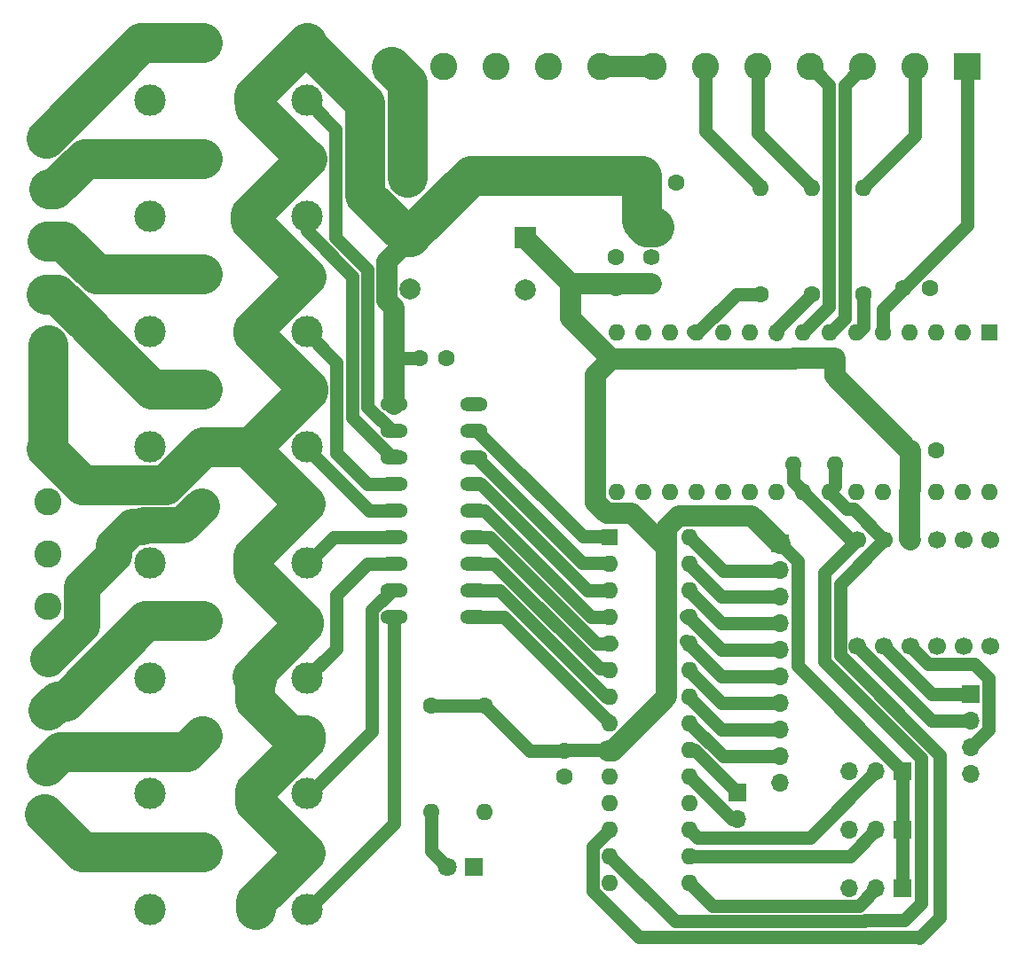
<source format=gbr>
%TF.GenerationSoftware,KiCad,Pcbnew,(5.1.9)-1*%
%TF.CreationDate,2021-01-19T10:58:21-06:00*%
%TF.ProjectId,RC5,5243352e-6b69-4636-9164-5f7063625858,rev?*%
%TF.SameCoordinates,Original*%
%TF.FileFunction,Copper,L1,Top*%
%TF.FilePolarity,Positive*%
%FSLAX46Y46*%
G04 Gerber Fmt 4.6, Leading zero omitted, Abs format (unit mm)*
G04 Created by KiCad (PCBNEW (5.1.9)-1) date 2021-01-19 10:58:21*
%MOMM*%
%LPD*%
G01*
G04 APERTURE LIST*
%TA.AperFunction,ComponentPad*%
%ADD10O,1.700000X1.700000*%
%TD*%
%TA.AperFunction,ComponentPad*%
%ADD11R,1.700000X1.700000*%
%TD*%
%TA.AperFunction,ComponentPad*%
%ADD12O,1.600000X1.600000*%
%TD*%
%TA.AperFunction,ComponentPad*%
%ADD13C,1.600000*%
%TD*%
%TA.AperFunction,ComponentPad*%
%ADD14C,2.600000*%
%TD*%
%TA.AperFunction,ComponentPad*%
%ADD15R,2.600000X2.600000*%
%TD*%
%TA.AperFunction,ComponentPad*%
%ADD16C,2.000000*%
%TD*%
%TA.AperFunction,ComponentPad*%
%ADD17R,2.000000X2.000000*%
%TD*%
%TA.AperFunction,ComponentPad*%
%ADD18R,1.600000X1.600000*%
%TD*%
%TA.AperFunction,ComponentPad*%
%ADD19O,2.641600X1.320800*%
%TD*%
%TA.AperFunction,ComponentPad*%
%ADD20C,3.000000*%
%TD*%
%TA.AperFunction,ComponentPad*%
%ADD21C,1.590000*%
%TD*%
%TA.AperFunction,ComponentPad*%
%ADD22C,1.700000*%
%TD*%
%TA.AperFunction,ComponentPad*%
%ADD23C,3.500000*%
%TD*%
%TA.AperFunction,ComponentPad*%
%ADD24C,1.800000*%
%TD*%
%TA.AperFunction,ComponentPad*%
%ADD25R,1.800000X1.800000*%
%TD*%
%TA.AperFunction,Conductor*%
%ADD26C,1.270000*%
%TD*%
%TA.AperFunction,Conductor*%
%ADD27C,2.032000*%
%TD*%
%TA.AperFunction,Conductor*%
%ADD28C,3.810000*%
%TD*%
%TA.AperFunction,Conductor*%
%ADD29C,3.500000*%
%TD*%
G04 APERTURE END LIST*
D10*
%TO.P,J6,3*%
%TO.N,GND*%
X132334000Y-123190000D03*
%TO.P,J6,2*%
%TO.N,Net-(J6-Pad2)*%
X134874000Y-123190000D03*
D11*
%TO.P,J6,1*%
%TO.N,Net-(A1-Pad27)*%
X137414000Y-123190000D03*
%TD*%
D10*
%TO.P,J5,3*%
%TO.N,GND*%
X132334000Y-128778000D03*
%TO.P,J5,2*%
%TO.N,Net-(J5-Pad2)*%
X134874000Y-128778000D03*
D11*
%TO.P,J5,1*%
%TO.N,Net-(A1-Pad27)*%
X137414000Y-128778000D03*
%TD*%
D10*
%TO.P,J4,3*%
%TO.N,GND*%
X132334000Y-134366000D03*
%TO.P,J4,2*%
%TO.N,Net-(J4-Pad2)*%
X134874000Y-134366000D03*
D11*
%TO.P,J4,1*%
%TO.N,Net-(A1-Pad27)*%
X137414000Y-134366000D03*
%TD*%
D12*
%TO.P,R7,2*%
%TO.N,Net-(J8-Pad5)*%
X128739900Y-67467480D03*
D13*
%TO.P,R7,1*%
%TO.N,Net-(A1-Pad9)*%
X128739900Y-77627480D03*
%TD*%
D12*
%TO.P,R6,2*%
%TO.N,Net-(J8-Pad2)*%
X133649720Y-67467480D03*
D13*
%TO.P,R6,1*%
%TO.N,Net-(A1-Pad6)*%
X133649720Y-77627480D03*
%TD*%
D12*
%TO.P,R5,2*%
%TO.N,Net-(J8-Pad6)*%
X123830080Y-67467480D03*
D13*
%TO.P,R5,1*%
%TO.N,Net-(A1-Pad12)*%
X123830080Y-77627480D03*
%TD*%
D14*
%TO.P,J8,12*%
%TO.N,Net-(D2-PadA)*%
X88586200Y-55905400D03*
%TO.P,J8,11*%
%TO.N,GND*%
X93586200Y-55905400D03*
%TO.P,J8,10*%
X98586200Y-55905400D03*
%TO.P,J8,9*%
X103586200Y-55905400D03*
%TO.P,J8,8*%
%TO.N,Net-(A1-Pad27)*%
X108586200Y-55905400D03*
%TO.P,J8,7*%
X113586200Y-55905400D03*
%TO.P,J8,6*%
%TO.N,Net-(J8-Pad6)*%
X118586200Y-55905400D03*
%TO.P,J8,5*%
%TO.N,Net-(J8-Pad5)*%
X123586200Y-55905400D03*
%TO.P,J8,4*%
%TO.N,Net-(A1-Pad8)*%
X128586200Y-55905400D03*
%TO.P,J8,3*%
%TO.N,Net-(A1-Pad7)*%
X133586200Y-55905400D03*
%TO.P,J8,2*%
%TO.N,Net-(J8-Pad2)*%
X138586200Y-55905400D03*
D15*
%TO.P,J8,1*%
%TO.N,Net-(A1-Pad5)*%
X143586200Y-55905400D03*
%TD*%
D13*
%TO.P,C7,2*%
%TO.N,Net-(A1-Pad5)*%
X137474320Y-77038200D03*
%TO.P,C7,1*%
%TO.N,GND*%
X139974320Y-77038200D03*
%TD*%
D10*
%TO.P,J2,10*%
%TO.N,GND*%
X125679200Y-124307600D03*
%TO.P,J2,9*%
%TO.N,Net-(J2-Pad9)*%
X125679200Y-121767600D03*
%TO.P,J2,8*%
%TO.N,Net-(J2-Pad8)*%
X125679200Y-119227600D03*
%TO.P,J2,7*%
%TO.N,Net-(J2-Pad7)*%
X125679200Y-116687600D03*
%TO.P,J2,6*%
%TO.N,Net-(J2-Pad6)*%
X125679200Y-114147600D03*
%TO.P,J2,5*%
%TO.N,Net-(J2-Pad5)*%
X125679200Y-111607600D03*
%TO.P,J2,4*%
%TO.N,Net-(J2-Pad4)*%
X125679200Y-109067600D03*
%TO.P,J2,3*%
%TO.N,Net-(J2-Pad3)*%
X125679200Y-106527600D03*
%TO.P,J2,2*%
%TO.N,Net-(J2-Pad2)*%
X125679200Y-103987600D03*
D11*
%TO.P,J2,1*%
%TO.N,Net-(A1-Pad27)*%
X125679200Y-101447600D03*
%TD*%
D16*
%TO.P,C2,2*%
%TO.N,GND*%
X101422200Y-77237600D03*
D17*
%TO.P,C2,1*%
%TO.N,Net-(A1-Pad27)*%
X101422200Y-72237600D03*
%TD*%
D12*
%TO.P,U2,28*%
%TO.N,Net-(J2-Pad2)*%
X117043200Y-100787200D03*
%TO.P,U2,14*%
%TO.N,Net-(U2-Pad14)*%
X109423200Y-133807200D03*
%TO.P,U2,27*%
%TO.N,Net-(J2-Pad3)*%
X117043200Y-103327200D03*
%TO.P,U2,13*%
%TO.N,Net-(A1-Pad23)*%
X109423200Y-131267200D03*
%TO.P,U2,26*%
%TO.N,Net-(J2-Pad4)*%
X117043200Y-105867200D03*
%TO.P,U2,12*%
%TO.N,Net-(A1-Pad24)*%
X109423200Y-128727200D03*
%TO.P,U2,25*%
%TO.N,Net-(J2-Pad5)*%
X117043200Y-108407200D03*
%TO.P,U2,11*%
%TO.N,Net-(U2-Pad11)*%
X109423200Y-126187200D03*
%TO.P,U2,24*%
%TO.N,Net-(J2-Pad6)*%
X117043200Y-110947200D03*
%TO.P,U2,10*%
%TO.N,GND*%
X109423200Y-123647200D03*
%TO.P,U2,23*%
%TO.N,Net-(J2-Pad7)*%
X117043200Y-113487200D03*
%TO.P,U2,9*%
%TO.N,Net-(A1-Pad27)*%
X109423200Y-121107200D03*
%TO.P,U2,22*%
%TO.N,Net-(J2-Pad8)*%
X117043200Y-116027200D03*
%TO.P,U2,8*%
%TO.N,Net-(U1-Pad1)*%
X109423200Y-118567200D03*
%TO.P,U2,21*%
%TO.N,Net-(J2-Pad9)*%
X117043200Y-118567200D03*
%TO.P,U2,7*%
%TO.N,Net-(U1-Pad2)*%
X109423200Y-116027200D03*
%TO.P,U2,20*%
%TO.N,Net-(J3-Pad1)*%
X117043200Y-121107200D03*
%TO.P,U2,6*%
%TO.N,Net-(U1-Pad3)*%
X109423200Y-113487200D03*
%TO.P,U2,19*%
%TO.N,Net-(J3-Pad2)*%
X117043200Y-123647200D03*
%TO.P,U2,5*%
%TO.N,Net-(U1-Pad4)*%
X109423200Y-110947200D03*
%TO.P,U2,18*%
%TO.N,Net-(R2-Pad2)*%
X117043200Y-126187200D03*
%TO.P,U2,4*%
%TO.N,Net-(U1-Pad5)*%
X109423200Y-108407200D03*
%TO.P,U2,17*%
%TO.N,Net-(J6-Pad2)*%
X117043200Y-128727200D03*
%TO.P,U2,3*%
%TO.N,Net-(U1-Pad6)*%
X109423200Y-105867200D03*
%TO.P,U2,16*%
%TO.N,Net-(J5-Pad2)*%
X117043200Y-131267200D03*
%TO.P,U2,2*%
%TO.N,Net-(U1-Pad7)*%
X109423200Y-103327200D03*
%TO.P,U2,15*%
%TO.N,Net-(J4-Pad2)*%
X117043200Y-133807200D03*
D18*
%TO.P,U2,1*%
%TO.N,Net-(U1-Pad8)*%
X109423200Y-100787200D03*
%TD*%
D19*
%TO.P,U1,18*%
%TO.N,Net-(RLY8-Pad5)*%
X88900000Y-108432600D03*
%TO.P,U1,17*%
%TO.N,Net-(RLY7-Pad5)*%
X88900000Y-105892600D03*
%TO.P,U1,16*%
%TO.N,Net-(RLY6-Pad5)*%
X88900000Y-103352600D03*
%TO.P,U1,15*%
%TO.N,Net-(RLY5-Pad5)*%
X88900000Y-100812600D03*
%TO.P,U1,14*%
%TO.N,Net-(RLY4-Pad5)*%
X88900000Y-98272600D03*
%TO.P,U1,13*%
%TO.N,Net-(RLY3-Pad5)*%
X88900000Y-95732600D03*
%TO.P,U1,12*%
%TO.N,Net-(RLY2-Pad5)*%
X88900000Y-93192600D03*
%TO.P,U1,11*%
%TO.N,Net-(RLY1-Pad5)*%
X88900000Y-90652600D03*
%TO.P,U1,10*%
%TO.N,Net-(C1-Pad2)*%
X88900000Y-88112600D03*
%TO.P,U1,9*%
%TO.N,GND*%
X96520000Y-88112600D03*
%TO.P,U1,5*%
%TO.N,Net-(U1-Pad5)*%
X96520000Y-98272600D03*
%TO.P,U1,6*%
%TO.N,Net-(U1-Pad6)*%
X96520000Y-95732600D03*
%TO.P,U1,4*%
%TO.N,Net-(U1-Pad4)*%
X96520000Y-100812600D03*
%TO.P,U1,3*%
%TO.N,Net-(U1-Pad3)*%
X96520000Y-103352600D03*
%TO.P,U1,8*%
%TO.N,Net-(U1-Pad8)*%
X96520000Y-90652600D03*
%TO.P,U1,7*%
%TO.N,Net-(U1-Pad7)*%
X96520000Y-93192600D03*
%TO.P,U1,2*%
%TO.N,Net-(U1-Pad2)*%
X96520000Y-105892600D03*
%TO.P,U1,1*%
%TO.N,Net-(U1-Pad1)*%
X96520000Y-108432600D03*
%TD*%
D20*
%TO.P,RLY8,2*%
%TO.N,Net-(J1-Pad14)*%
X70543400Y-130850000D03*
%TO.P,RLY8,3*%
%TO.N,Net-(RLY8-Pad3)*%
X65543400Y-136350000D03*
%TO.P,RLY8,4*%
%TO.N,Net-(C1-Pad2)*%
X75543400Y-136350000D03*
%TO.P,RLY8,5*%
%TO.N,Net-(RLY8-Pad5)*%
X80543400Y-136350000D03*
%TO.P,RLY8,1*%
%TO.N,Net-(C1-Pad2)*%
X80543400Y-130850000D03*
%TD*%
%TO.P,RLY7,2*%
%TO.N,Net-(J1-Pad13)*%
X70543400Y-119816452D03*
%TO.P,RLY7,3*%
%TO.N,Net-(RLY7-Pad3)*%
X65543400Y-125316452D03*
%TO.P,RLY7,4*%
%TO.N,Net-(C1-Pad2)*%
X75543400Y-125316452D03*
%TO.P,RLY7,5*%
%TO.N,Net-(RLY7-Pad5)*%
X80543400Y-125316452D03*
%TO.P,RLY7,1*%
%TO.N,Net-(C1-Pad2)*%
X80543400Y-119816452D03*
%TD*%
%TO.P,RLY6,2*%
%TO.N,Net-(J1-Pad12)*%
X70543400Y-108782910D03*
%TO.P,RLY6,3*%
%TO.N,Net-(RLY6-Pad3)*%
X65543400Y-114282910D03*
%TO.P,RLY6,4*%
%TO.N,Net-(C1-Pad2)*%
X75543400Y-114282910D03*
%TO.P,RLY6,5*%
%TO.N,Net-(RLY6-Pad5)*%
X80543400Y-114282910D03*
%TO.P,RLY6,1*%
%TO.N,Net-(C1-Pad2)*%
X80543400Y-108782910D03*
%TD*%
%TO.P,RLY5,2*%
%TO.N,Net-(J1-Pad11)*%
X70543400Y-97749368D03*
%TO.P,RLY5,3*%
%TO.N,Net-(RLY5-Pad3)*%
X65543400Y-103249368D03*
%TO.P,RLY5,4*%
%TO.N,Net-(C1-Pad2)*%
X75543400Y-103249368D03*
%TO.P,RLY5,5*%
%TO.N,Net-(RLY5-Pad5)*%
X80543400Y-103249368D03*
%TO.P,RLY5,1*%
%TO.N,Net-(C1-Pad2)*%
X80543400Y-97749368D03*
%TD*%
%TO.P,RLY4,2*%
%TO.N,Net-(J1-Pad4)*%
X70543400Y-86715826D03*
%TO.P,RLY4,3*%
%TO.N,Net-(RLY4-Pad3)*%
X65543400Y-92215826D03*
%TO.P,RLY4,4*%
%TO.N,Net-(C1-Pad2)*%
X75543400Y-92215826D03*
%TO.P,RLY4,5*%
%TO.N,Net-(RLY4-Pad5)*%
X80543400Y-92215826D03*
%TO.P,RLY4,1*%
%TO.N,Net-(C1-Pad2)*%
X80543400Y-86715826D03*
%TD*%
%TO.P,RLY3,2*%
%TO.N,Net-(J1-Pad3)*%
X70543400Y-75682284D03*
%TO.P,RLY3,3*%
%TO.N,Net-(RLY3-Pad3)*%
X65543400Y-81182284D03*
%TO.P,RLY3,4*%
%TO.N,Net-(C1-Pad2)*%
X75543400Y-81182284D03*
%TO.P,RLY3,5*%
%TO.N,Net-(RLY3-Pad5)*%
X80543400Y-81182284D03*
%TO.P,RLY3,1*%
%TO.N,Net-(C1-Pad2)*%
X80543400Y-75682284D03*
%TD*%
%TO.P,RLY2,2*%
%TO.N,Net-(J1-Pad2)*%
X70543400Y-64648742D03*
%TO.P,RLY2,3*%
%TO.N,Net-(RLY2-Pad3)*%
X65543400Y-70148742D03*
%TO.P,RLY2,4*%
%TO.N,Net-(C1-Pad2)*%
X75543400Y-70148742D03*
%TO.P,RLY2,5*%
%TO.N,Net-(RLY2-Pad5)*%
X80543400Y-70148742D03*
%TO.P,RLY2,1*%
%TO.N,Net-(C1-Pad2)*%
X80543400Y-64648742D03*
%TD*%
%TO.P,RLY1,2*%
%TO.N,Net-(J1-Pad1)*%
X70543400Y-53615200D03*
%TO.P,RLY1,3*%
%TO.N,Net-(RLY1-Pad3)*%
X65543400Y-59115200D03*
%TO.P,RLY1,4*%
%TO.N,Net-(C1-Pad2)*%
X75543400Y-59115200D03*
%TO.P,RLY1,5*%
%TO.N,Net-(RLY1-Pad5)*%
X80543400Y-59115200D03*
%TO.P,RLY1,1*%
%TO.N,Net-(C1-Pad2)*%
X80543400Y-53615200D03*
%TD*%
D21*
%TO.P,RG1,3*%
%TO.N,Net-(A1-Pad27)*%
X113394600Y-76606400D03*
%TO.P,RG1,2*%
%TO.N,GND*%
X113394600Y-74066400D03*
%TO.P,RG1,1*%
%TO.N,Net-(C1-Pad2)*%
X113394600Y-71526400D03*
%TD*%
D12*
%TO.P,R3,2*%
%TO.N,Net-(A1-Pad23)*%
X126949200Y-93903800D03*
D13*
%TO.P,R3,1*%
%TO.N,Net-(A1-Pad27)*%
X126949200Y-83743800D03*
%TD*%
D12*
%TO.P,R4,2*%
%TO.N,Net-(A1-Pad24)*%
X130911600Y-93903800D03*
D13*
%TO.P,R4,1*%
%TO.N,Net-(A1-Pad27)*%
X130911600Y-83743800D03*
%TD*%
D12*
%TO.P,R2,2*%
%TO.N,Net-(R2-Pad2)*%
X97536000Y-127098000D03*
D13*
%TO.P,R2,1*%
%TO.N,Net-(A1-Pad27)*%
X97536000Y-116938000D03*
%TD*%
D12*
%TO.P,R1,2*%
%TO.N,Net-(D1-Pad2)*%
X92456000Y-127098000D03*
D13*
%TO.P,R1,1*%
%TO.N,Net-(A1-Pad27)*%
X92456000Y-116938000D03*
%TD*%
D22*
%TO.P,L1,12*%
%TO.N,Net-(L1-Pad12)*%
X145796000Y-101092000D03*
%TO.P,L1,11*%
%TO.N,Net-(L1-Pad11)*%
X143256000Y-101092000D03*
%TO.P,L1,10*%
%TO.N,GND*%
X140716000Y-101092000D03*
%TO.P,L1,9*%
%TO.N,Net-(A1-Pad27)*%
X138176000Y-101092000D03*
%TO.P,L1,8*%
%TO.N,Net-(A1-Pad24)*%
X135636000Y-101092000D03*
%TO.P,L1,7*%
%TO.N,Net-(A1-Pad23)*%
X133096000Y-101092000D03*
%TO.P,L1,6*%
%TO.N,Net-(L1-Pad6)*%
X145796000Y-111252000D03*
%TO.P,L1,5*%
%TO.N,Net-(L1-Pad5)*%
X143256000Y-111252000D03*
%TO.P,L1,4*%
%TO.N,GND*%
X140716000Y-111252000D03*
%TO.P,L1,3*%
%TO.N,Net-(A1-Pad17)*%
X138176000Y-111252000D03*
%TO.P,L1,2*%
%TO.N,Net-(J7-Pad1)*%
X135636000Y-111252000D03*
%TO.P,L1,1*%
%TO.N,Net-(J7-Pad2)*%
X133096000Y-111252000D03*
%TD*%
D10*
%TO.P,J7,4*%
%TO.N,GND*%
X143865600Y-123418600D03*
%TO.P,J7,3*%
%TO.N,Net-(A1-Pad17)*%
X143865600Y-120878600D03*
%TO.P,J7,2*%
%TO.N,Net-(J7-Pad2)*%
X143865600Y-118338600D03*
D11*
%TO.P,J7,1*%
%TO.N,Net-(J7-Pad1)*%
X143865600Y-115798600D03*
%TD*%
D10*
%TO.P,J3,2*%
%TO.N,Net-(J3-Pad2)*%
X121666000Y-127762000D03*
D11*
%TO.P,J3,1*%
%TO.N,Net-(J3-Pad1)*%
X121666000Y-125222000D03*
%TD*%
D14*
%TO.P,J1,14*%
%TO.N,Net-(J1-Pad14)*%
X55829200Y-127464250D03*
%TO.P,J1,13*%
%TO.N,Net-(J1-Pad13)*%
X55829200Y-122464250D03*
%TO.P,J1,12*%
%TO.N,Net-(J1-Pad12)*%
X55829200Y-117464250D03*
%TO.P,J1,11*%
%TO.N,Net-(J1-Pad11)*%
X55829200Y-112464250D03*
%TO.P,J1,10*%
%TO.N,GND*%
X55829200Y-107464250D03*
%TO.P,J1,9*%
X55829200Y-102464250D03*
%TO.P,J1,8*%
X55829200Y-97464250D03*
%TO.P,J1,7*%
%TO.N,Net-(C1-Pad2)*%
X55829200Y-92464250D03*
%TO.P,J1,6*%
X55829200Y-87464250D03*
%TO.P,J1,5*%
X55829200Y-82464250D03*
%TO.P,J1,4*%
%TO.N,Net-(J1-Pad4)*%
X55829200Y-77464250D03*
%TO.P,J1,3*%
%TO.N,Net-(J1-Pad3)*%
X55829200Y-72464250D03*
%TO.P,J1,2*%
%TO.N,Net-(J1-Pad2)*%
X55829200Y-67464250D03*
D15*
%TO.P,J1,1*%
%TO.N,Net-(J1-Pad1)*%
X55829200Y-62464250D03*
%TD*%
D23*
%TO.P,D2,C*%
%TO.N,Net-(C1-Pad2)*%
X105257600Y-66268600D03*
%TO.P,D2,A*%
%TO.N,Net-(D2-PadA)*%
X90017600Y-66268600D03*
%TD*%
D24*
%TO.P,D1,2*%
%TO.N,Net-(D1-Pad2)*%
X93980000Y-132334000D03*
D25*
%TO.P,D1,1*%
%TO.N,GND*%
X96520000Y-132334000D03*
%TD*%
D13*
%TO.P,C8,2*%
%TO.N,Net-(A1-Pad27)*%
X138114400Y-92557600D03*
%TO.P,C8,1*%
%TO.N,GND*%
X140614400Y-92557600D03*
%TD*%
D16*
%TO.P,C6,2*%
%TO.N,GND*%
X90424000Y-77161400D03*
D17*
%TO.P,C6,1*%
%TO.N,Net-(C1-Pad2)*%
X90424000Y-72161400D03*
%TD*%
D13*
%TO.P,C5,2*%
%TO.N,GND*%
X115809400Y-66954400D03*
%TO.P,C5,1*%
%TO.N,Net-(C1-Pad2)*%
X113309400Y-66954400D03*
%TD*%
%TO.P,C4,2*%
%TO.N,Net-(A1-Pad27)*%
X105156000Y-121198000D03*
%TO.P,C4,1*%
%TO.N,GND*%
X105156000Y-123698000D03*
%TD*%
%TO.P,C3,2*%
%TO.N,GND*%
X110007400Y-74106400D03*
%TO.P,C3,1*%
%TO.N,Net-(A1-Pad27)*%
X110007400Y-76606400D03*
%TD*%
%TO.P,C1,1*%
%TO.N,GND*%
X93827600Y-83693000D03*
%TO.P,C1,2*%
%TO.N,Net-(C1-Pad2)*%
X91327600Y-83693000D03*
%TD*%
D12*
%TO.P,A1,16*%
%TO.N,Net-(A1-Pad16)*%
X110109000Y-96520000D03*
%TO.P,A1,15*%
%TO.N,Net-(A1-Pad15)*%
X110109000Y-81280000D03*
%TO.P,A1,30*%
%TO.N,Net-(A1-Pad30)*%
X145669000Y-96520000D03*
%TO.P,A1,14*%
%TO.N,Net-(A1-Pad14)*%
X112649000Y-81280000D03*
%TO.P,A1,29*%
%TO.N,GND*%
X143129000Y-96520000D03*
%TO.P,A1,13*%
%TO.N,Net-(A1-Pad13)*%
X115189000Y-81280000D03*
%TO.P,A1,28*%
%TO.N,Net-(A1-Pad28)*%
X140589000Y-96520000D03*
%TO.P,A1,12*%
%TO.N,Net-(A1-Pad12)*%
X117729000Y-81280000D03*
%TO.P,A1,27*%
%TO.N,Net-(A1-Pad27)*%
X138049000Y-96520000D03*
%TO.P,A1,11*%
%TO.N,Net-(A1-Pad11)*%
X120269000Y-81280000D03*
%TO.P,A1,26*%
%TO.N,Net-(A1-Pad26)*%
X135509000Y-96520000D03*
%TO.P,A1,10*%
%TO.N,Net-(A1-Pad10)*%
X122809000Y-81280000D03*
%TO.P,A1,25*%
%TO.N,Net-(A1-Pad25)*%
X132969000Y-96520000D03*
%TO.P,A1,9*%
%TO.N,Net-(A1-Pad9)*%
X125349000Y-81280000D03*
%TO.P,A1,24*%
%TO.N,Net-(A1-Pad24)*%
X130429000Y-96520000D03*
%TO.P,A1,8*%
%TO.N,Net-(A1-Pad8)*%
X127889000Y-81280000D03*
%TO.P,A1,23*%
%TO.N,Net-(A1-Pad23)*%
X127889000Y-96520000D03*
%TO.P,A1,7*%
%TO.N,Net-(A1-Pad7)*%
X130429000Y-81280000D03*
%TO.P,A1,22*%
%TO.N,Net-(A1-Pad22)*%
X125349000Y-96520000D03*
%TO.P,A1,6*%
%TO.N,Net-(A1-Pad6)*%
X132969000Y-81280000D03*
%TO.P,A1,21*%
%TO.N,Net-(A1-Pad21)*%
X122809000Y-96520000D03*
%TO.P,A1,5*%
%TO.N,Net-(A1-Pad5)*%
X135509000Y-81280000D03*
%TO.P,A1,20*%
%TO.N,Net-(A1-Pad20)*%
X120269000Y-96520000D03*
%TO.P,A1,4*%
%TO.N,GND*%
X138049000Y-81280000D03*
%TO.P,A1,19*%
%TO.N,Net-(A1-Pad19)*%
X117729000Y-96520000D03*
%TO.P,A1,3*%
%TO.N,Net-(A1-Pad3)*%
X140589000Y-81280000D03*
%TO.P,A1,18*%
%TO.N,Net-(A1-Pad18)*%
X115189000Y-96520000D03*
%TO.P,A1,2*%
%TO.N,Net-(A1-Pad2)*%
X143129000Y-81280000D03*
%TO.P,A1,17*%
%TO.N,Net-(A1-Pad17)*%
X112649000Y-96520000D03*
D18*
%TO.P,A1,1*%
%TO.N,Net-(A1-Pad1)*%
X145669000Y-81280000D03*
%TD*%
D26*
%TO.N,Net-(A1-Pad12)*%
X121501718Y-77627480D02*
X117762838Y-81366360D01*
X123830080Y-77627480D02*
X121501718Y-77627480D01*
X117762838Y-81366360D02*
X117586760Y-81366360D01*
X117586760Y-81366360D02*
X117419120Y-81198720D01*
X117419120Y-81198720D02*
X117500400Y-81198720D01*
X117500400Y-81198720D02*
X117668040Y-81366360D01*
%TO.N,Net-(A1-Pad27)*%
X109281600Y-121121800D02*
X109321600Y-121081800D01*
D27*
X113394600Y-76606400D02*
X110261400Y-76606400D01*
X110261400Y-76606400D02*
X110058200Y-76809600D01*
X110007400Y-76606400D02*
X105740200Y-76606400D01*
X105740200Y-76606400D02*
X101473000Y-72339200D01*
X105740200Y-79894882D02*
X109639918Y-83794600D01*
X105740200Y-76606400D02*
X105740200Y-79894882D01*
X109639918Y-83794600D02*
X127076200Y-83794600D01*
X126949200Y-83743800D02*
X130657600Y-83743800D01*
X130657600Y-83743800D02*
X130860800Y-83947000D01*
X130911600Y-83743800D02*
X130911600Y-85394800D01*
X130911600Y-85394800D02*
X137922000Y-92405200D01*
X138114400Y-92557600D02*
X138114400Y-96327600D01*
X138114400Y-96327600D02*
X138099800Y-96342200D01*
X125679200Y-101447600D02*
X123002799Y-98771199D01*
X123002799Y-98771199D02*
X116075519Y-98771199D01*
X116075519Y-98771199D02*
X114887389Y-99959329D01*
X114887389Y-116086693D02*
X109739882Y-121234200D01*
X109739882Y-121234200D02*
X109296200Y-121234200D01*
X109141319Y-98536001D02*
X111566201Y-98536001D01*
X111566201Y-98536001D02*
X114887389Y-101857189D01*
X108092999Y-85341519D02*
X108092999Y-97487681D01*
X109639918Y-83794600D02*
X108092999Y-85341519D01*
X114887389Y-101857189D02*
X114887389Y-116086693D01*
X108092999Y-97487681D02*
X109141319Y-98536001D01*
X114887389Y-99959329D02*
X114887389Y-101857189D01*
X108586200Y-55905400D02*
X113588800Y-55905400D01*
X113588800Y-55905400D02*
X113614200Y-55880000D01*
X138049000Y-100965000D02*
X138176000Y-101092000D01*
X138049000Y-96520000D02*
X138049000Y-100965000D01*
D26*
X105246800Y-121107200D02*
X105156000Y-121198000D01*
X101796000Y-121198000D02*
X97536000Y-116938000D01*
X105156000Y-121198000D02*
X101796000Y-121198000D01*
X97536000Y-116938000D02*
X92456000Y-116938000D01*
X106222800Y-121107200D02*
X105246800Y-121107200D01*
X109423200Y-121107200D02*
X106222800Y-121107200D01*
X127364201Y-113140201D02*
X137414000Y-123190000D01*
X127364201Y-103132601D02*
X127364201Y-113140201D01*
X125679200Y-101447600D02*
X127364201Y-103132601D01*
X137414000Y-123190000D02*
X137414000Y-128778000D01*
X137414000Y-128778000D02*
X137414000Y-134366000D01*
%TO.N,Net-(A1-Pad9)*%
X128739900Y-77627480D02*
X125323600Y-81043780D01*
X125323600Y-81043780D02*
X125323600Y-81447640D01*
%TO.N,Net-(A1-Pad24)*%
X130911600Y-93903800D02*
X130911600Y-95910400D01*
X130911600Y-95910400D02*
X130505200Y-96316800D01*
X132699001Y-98155001D02*
X135636000Y-101092000D01*
X132064001Y-98155001D02*
X132699001Y-98155001D01*
X130429000Y-96520000D02*
X132064001Y-98155001D01*
X131410999Y-112060801D02*
X140970000Y-121619802D01*
X131410999Y-105317001D02*
X131410999Y-112060801D01*
X135636000Y-101092000D02*
X131410999Y-105317001D01*
X140970000Y-121619802D02*
X140970000Y-137160000D01*
X140970000Y-137160000D02*
X138990010Y-139139990D01*
X107788199Y-130362201D02*
X109423200Y-128727200D01*
X107788199Y-134592001D02*
X107788199Y-130362201D01*
X112187221Y-138991023D02*
X107788199Y-134592001D01*
X138841043Y-138991023D02*
X112187221Y-138991023D01*
X138990010Y-139139990D02*
X138841043Y-138991023D01*
%TO.N,Net-(A1-Pad8)*%
X128586200Y-55905400D02*
X128586200Y-56137840D01*
X130374901Y-78794099D02*
X130374901Y-57619141D01*
X127889000Y-81280000D02*
X130374901Y-78794099D01*
X130374901Y-57619141D02*
X128656080Y-55900320D01*
%TO.N,Net-(A1-Pad23)*%
X126949200Y-93903800D02*
X126949200Y-95529400D01*
X126949200Y-95529400D02*
X127863600Y-96443800D01*
X132461000Y-101092000D02*
X127889000Y-96520000D01*
X133096000Y-101092000D02*
X132461000Y-101092000D01*
X129940988Y-104247012D02*
X129940988Y-112669699D01*
X139192000Y-121920710D02*
X139192000Y-135791002D01*
X129940988Y-112669699D02*
X139192000Y-121920710D01*
X139192000Y-135791002D02*
X137569002Y-137414000D01*
X115677012Y-137521012D02*
X109423200Y-131267200D01*
X133096000Y-101092000D02*
X129940988Y-104247012D01*
X137569002Y-137414000D02*
X133858711Y-137414000D01*
X133858711Y-137414000D02*
X133751699Y-137521012D01*
X133751699Y-137521012D02*
X115677012Y-137521012D01*
%TO.N,Net-(A1-Pad7)*%
X131844912Y-57646688D02*
X131844912Y-79925048D01*
X133586200Y-55905400D02*
X131844912Y-57646688D01*
X131844912Y-79925048D02*
X130403600Y-81366360D01*
%TO.N,Net-(A1-Pad6)*%
X133649720Y-77627480D02*
X133649720Y-80782160D01*
X133649720Y-80782160D02*
X133065520Y-81366360D01*
%TO.N,Net-(A1-Pad5)*%
X135523600Y-81294600D02*
X135585200Y-81356200D01*
X135509000Y-81280000D02*
X135509000Y-79090520D01*
X135509000Y-79090520D02*
X137561320Y-77038200D01*
X143586200Y-71006518D02*
X137561320Y-77031398D01*
X143586200Y-55905400D02*
X143586200Y-71006518D01*
X137561320Y-77031398D02*
X137561320Y-77124560D01*
%TO.N,Net-(A1-Pad17)*%
X145550601Y-114280599D02*
X145550601Y-119193599D01*
X144207003Y-112937001D02*
X145550601Y-114280599D01*
X145550601Y-119193599D02*
X143865600Y-120878600D01*
X139861001Y-112937001D02*
X144207003Y-112937001D01*
X138176000Y-111252000D02*
X139861001Y-112937001D01*
D28*
%TO.N,Net-(C1-Pad2)*%
X105257600Y-66268600D02*
X96215200Y-66268600D01*
X96215200Y-66268600D02*
X90424000Y-72059800D01*
D27*
X88207999Y-78225081D02*
X88207999Y-74529801D01*
X88900000Y-78917082D02*
X88207999Y-78225081D01*
X88207999Y-74529801D02*
X90500200Y-72237600D01*
D28*
X105257600Y-66268600D02*
X112496600Y-66268600D01*
X112496600Y-66268600D02*
X112496600Y-70637400D01*
X112496600Y-70637400D02*
X113025599Y-71166399D01*
X113025599Y-71166399D02*
X113690400Y-71166399D01*
X80543400Y-53615200D02*
X75463400Y-58695200D01*
X75463400Y-58695200D02*
X75463400Y-59131200D01*
X75543400Y-116404230D02*
X78874770Y-119735600D01*
X75543400Y-114282910D02*
X75543400Y-116404230D01*
X78874770Y-119735600D02*
X80365600Y-119735600D01*
X80365600Y-119735600D02*
X80365600Y-120243600D01*
X80365600Y-120243600D02*
X75565000Y-125044200D01*
X75565000Y-125044200D02*
X75565000Y-126161800D01*
X75565000Y-126161800D02*
X80365600Y-130962400D01*
X80365600Y-130962400D02*
X75666600Y-135661400D01*
X75666600Y-135661400D02*
X75666600Y-136372600D01*
X55829200Y-92464250D02*
X55829200Y-87452200D01*
X55829200Y-87452200D02*
X55854600Y-87426800D01*
X55829200Y-87464250D02*
X55829200Y-82448400D01*
X55829200Y-82448400D02*
X55854600Y-82423000D01*
X75543400Y-92215826D02*
X70658166Y-92215826D01*
X70658166Y-92215826D02*
X67053165Y-95820827D01*
X67053165Y-95820827D02*
X59143227Y-95820827D01*
X59143227Y-95820827D02*
X55651400Y-92329000D01*
D26*
X89255600Y-83693000D02*
X88900000Y-84048600D01*
X91327600Y-83693000D02*
X89255600Y-83693000D01*
D27*
X88900000Y-84048600D02*
X88900000Y-78917082D01*
X88900000Y-88112600D02*
X88900000Y-84048600D01*
D28*
X75543400Y-59115200D02*
X75543400Y-59795400D01*
X80594200Y-53848000D02*
X86083789Y-59337589D01*
X90112389Y-72161400D02*
X90424000Y-72161400D01*
X86083789Y-59337589D02*
X86083789Y-68132800D01*
X86083789Y-68132800D02*
X90112389Y-72161400D01*
X75543400Y-59795400D02*
X80365600Y-64617600D01*
X80543400Y-64648742D02*
X75158600Y-70033542D01*
X75158600Y-70033542D02*
X75158600Y-70561200D01*
X75158600Y-70561200D02*
X80492600Y-75895200D01*
X80492600Y-75895200D02*
X75412600Y-80975200D01*
X75412600Y-80975200D02*
X75412600Y-81102200D01*
X75412600Y-81386886D02*
X80619600Y-86593886D01*
X75412600Y-81102200D02*
X75412600Y-81386886D01*
X80619600Y-86593886D02*
X80619600Y-86817200D01*
X80619600Y-86817200D02*
X75158600Y-92278200D01*
X75158600Y-92278200D02*
X75158600Y-92506800D01*
X75158600Y-92506800D02*
X75260200Y-92506800D01*
X75260200Y-92506800D02*
X80365600Y-97612200D01*
X80365600Y-97612200D02*
X75412600Y-102565200D01*
X75412600Y-102565200D02*
X75412600Y-103047800D01*
X75412600Y-103047800D02*
X75412600Y-104038400D01*
X75412600Y-104038400D02*
X80238600Y-108864400D01*
X80238600Y-108864400D02*
X80238600Y-109143800D01*
X80238600Y-109143800D02*
X75285600Y-114096800D01*
X75285600Y-114096800D02*
X75641200Y-114452400D01*
X75641200Y-114452400D02*
X75768200Y-114452400D01*
D26*
%TO.N,Net-(D1-Pad2)*%
X92456000Y-130810000D02*
X93980000Y-132334000D01*
X92456000Y-127098000D02*
X92456000Y-130810000D01*
D28*
%TO.N,Net-(D2-PadA)*%
X90093800Y-57413000D02*
X90093800Y-66471800D01*
X88586200Y-55905400D02*
X90093800Y-57413000D01*
%TO.N,Net-(J1-Pad14)*%
X70543400Y-130850000D02*
X59120400Y-130850000D01*
X59120400Y-130850000D02*
X55499000Y-127228600D01*
%TO.N,Net-(J1-Pad13)*%
X69043401Y-121316451D02*
X56991549Y-121316451D01*
X70543400Y-119816452D02*
X69043401Y-121316451D01*
X56991549Y-121316451D02*
X55676800Y-122631200D01*
%TO.N,Net-(J1-Pad12)*%
X65181550Y-108782910D02*
X57490201Y-116474259D01*
X70543400Y-108782910D02*
X65181550Y-108782910D01*
X57490201Y-116474259D02*
X56728341Y-116474259D01*
X56728341Y-116474259D02*
X55854600Y-117348000D01*
D29*
%TO.N,Net-(J1-Pad11)*%
X64843433Y-99799367D02*
X64966963Y-99675837D01*
X62093399Y-101593367D02*
X63887399Y-99799367D01*
X62093399Y-102549401D02*
X62093399Y-101593367D01*
X59079201Y-105563599D02*
X62093399Y-102549401D01*
X59079201Y-109214249D02*
X59079201Y-105563599D01*
X63887399Y-99799367D02*
X64843433Y-99799367D01*
X55829200Y-112464250D02*
X59079201Y-109214249D01*
X64966963Y-99675837D02*
X68649962Y-99675837D01*
X68649962Y-99675837D02*
X70485000Y-97840799D01*
X70485000Y-97840799D02*
X70484999Y-97840799D01*
D28*
%TO.N,Net-(J1-Pad4)*%
X59864609Y-80761999D02*
X56725010Y-77622400D01*
X59864609Y-80838895D02*
X59864609Y-80761999D01*
X65741540Y-86715826D02*
X59864609Y-80838895D01*
X70543400Y-86715826D02*
X65741540Y-86715826D01*
X56725010Y-77622400D02*
X55651400Y-77622400D01*
%TO.N,Net-(J1-Pad3)*%
X60455905Y-75682284D02*
X57290621Y-72517000D01*
X70543400Y-75682284D02*
X60455905Y-75682284D01*
X57290621Y-72517000D02*
X55753000Y-72517000D01*
%TO.N,Net-(J1-Pad2)*%
X70543400Y-64648742D02*
X59360868Y-64648742D01*
X59360868Y-64648742D02*
X56445610Y-67564000D01*
X56445610Y-67564000D02*
X55956200Y-67564000D01*
%TO.N,Net-(J1-Pad1)*%
X70543400Y-53615200D02*
X64723400Y-53615200D01*
X64723400Y-53615200D02*
X55651400Y-62687200D01*
D26*
%TO.N,Net-(J2-Pad9)*%
X125679200Y-121767600D02*
X120290508Y-121767600D01*
X120290508Y-121767600D02*
X117090108Y-118567200D01*
X117090108Y-118567200D02*
X116865400Y-118567200D01*
%TO.N,Net-(J2-Pad8)*%
X120123402Y-119227600D02*
X117050002Y-116154200D01*
X125679200Y-119227600D02*
X120123402Y-119227600D01*
X117050002Y-116154200D02*
X116865400Y-116154200D01*
%TO.N,Net-(J2-Pad7)*%
X120123402Y-116687600D02*
X116973802Y-113538000D01*
X125679200Y-116687600D02*
X120123402Y-116687600D01*
X116973802Y-113538000D02*
X116941600Y-113538000D01*
%TO.N,Net-(J2-Pad6)*%
X120123402Y-114147600D02*
X116745202Y-110769400D01*
X125679200Y-114147600D02*
X120123402Y-114147600D01*
X116745202Y-110769400D02*
X116738400Y-110769400D01*
%TO.N,Net-(J2-Pad5)*%
X120123402Y-111607600D02*
X116872202Y-108356400D01*
X125679200Y-111607600D02*
X120123402Y-111607600D01*
X116872202Y-108356400D02*
X116738400Y-108356400D01*
%TO.N,Net-(J2-Pad4)*%
X125679200Y-109067600D02*
X120123402Y-109067600D01*
X120123402Y-109067600D02*
X116865400Y-105809598D01*
X116865400Y-105809598D02*
X116865400Y-105791000D01*
%TO.N,Net-(J3-Pad2)*%
X121158000Y-127762000D02*
X121666000Y-127762000D01*
X117043200Y-123647200D02*
X121158000Y-127762000D01*
%TO.N,Net-(J3-Pad1)*%
X117551200Y-121107200D02*
X121666000Y-125222000D01*
X117043200Y-121107200D02*
X117551200Y-121107200D01*
%TO.N,Net-(RLY1-Pad5)*%
X88664771Y-90652600D02*
X89001600Y-90652600D01*
X80543400Y-59115200D02*
X83283410Y-61855210D01*
X83283410Y-61855210D02*
X83283410Y-72224141D01*
X86356988Y-88344817D02*
X88664771Y-90652600D01*
X83283410Y-72224141D02*
X86356988Y-75297719D01*
X86356988Y-75297719D02*
X86356988Y-88344817D01*
%TO.N,Net-(RLY2-Pad5)*%
X80543400Y-71563040D02*
X84886977Y-75906617D01*
X84886977Y-75906617D02*
X84886977Y-89414806D01*
X84886977Y-89414806D02*
X88537771Y-93065600D01*
X88537771Y-93065600D02*
X89001600Y-93065600D01*
X80543400Y-70148742D02*
X80543400Y-71563040D01*
%TO.N,Net-(RLY3-Pad5)*%
X83359611Y-84121611D02*
X80441800Y-81203800D01*
X83359611Y-92783011D02*
X83359611Y-84121611D01*
X88900000Y-95732600D02*
X86309200Y-95732600D01*
X86309200Y-95732600D02*
X83359611Y-92783011D01*
%TO.N,Net-(RLY4-Pad5)*%
X88900000Y-98272600D02*
X86512400Y-98272600D01*
X86512400Y-98272600D02*
X80416400Y-92176600D01*
%TO.N,Net-(RLY5-Pad5)*%
X88900000Y-100812600D02*
X83134200Y-100812600D01*
X83134200Y-100812600D02*
X80746600Y-103200200D01*
%TO.N,Net-(RLY6-Pad5)*%
X83334210Y-111458390D02*
X80492600Y-114300000D01*
X88900000Y-103352600D02*
X86309200Y-103352600D01*
X86309200Y-103352600D02*
X83334210Y-106327590D01*
X83334210Y-106327590D02*
X83334210Y-111458390D01*
%TO.N,Net-(RLY7-Pad5)*%
X86744190Y-107813181D02*
X86744190Y-119351410D01*
X88664771Y-105892600D02*
X86744190Y-107813181D01*
X88900000Y-105892600D02*
X88664771Y-105892600D01*
X86744190Y-119351410D02*
X80568800Y-125526800D01*
%TO.N,Net-(RLY8-Pad5)*%
X88900000Y-108432600D02*
X88900000Y-128168400D01*
X88900000Y-128168400D02*
X80568800Y-136499600D01*
X80543400Y-136474200D02*
X80568800Y-136499600D01*
X80543400Y-136350000D02*
X80543400Y-136474200D01*
%TO.N,Net-(J2-Pad3)*%
X120123402Y-106527600D02*
X117017800Y-103421998D01*
X125679200Y-106527600D02*
X120123402Y-106527600D01*
X117017800Y-103421998D02*
X117017800Y-103327200D01*
%TO.N,Net-(J2-Pad2)*%
X117043200Y-100787200D02*
X120269000Y-104013000D01*
X120269000Y-104013000D02*
X125730000Y-104013000D01*
%TO.N,Net-(U1-Pad5)*%
X107655032Y-108407200D02*
X109347000Y-108407200D01*
X97520432Y-98272600D02*
X107655032Y-108407200D01*
X96520000Y-98272600D02*
X97520432Y-98272600D01*
%TO.N,Net-(U1-Pad6)*%
X97180400Y-95732600D02*
X107340400Y-105892600D01*
X107340400Y-105892600D02*
X109423200Y-105892600D01*
X96520000Y-95732600D02*
X97180400Y-95732600D01*
%TO.N,Net-(U1-Pad4)*%
X96729829Y-100787200D02*
X96139000Y-100787200D01*
X97981524Y-100812600D02*
X108192324Y-111023400D01*
X96520000Y-100812600D02*
X97981524Y-100812600D01*
X108192324Y-111023400D02*
X109601000Y-111023400D01*
%TO.N,Net-(U1-Pad3)*%
X96520000Y-103352600D02*
X98442616Y-103352600D01*
X108475616Y-113385600D02*
X109423200Y-113385600D01*
X98442616Y-103352600D02*
X108475616Y-113385600D01*
%TO.N,Net-(U1-Pad8)*%
X96755229Y-90652600D02*
X106864429Y-100761800D01*
X96520000Y-90652600D02*
X96755229Y-90652600D01*
X106864429Y-100761800D02*
X109423200Y-100761800D01*
%TO.N,Net-(U1-Pad7)*%
X96755229Y-93192600D02*
X106839029Y-103276400D01*
X96520000Y-93192600D02*
X96755229Y-93192600D01*
X106839029Y-103276400D02*
X109524800Y-103276400D01*
%TO.N,Net-(U1-Pad2)*%
X109089108Y-116078000D02*
X109347000Y-116078000D01*
X98903708Y-105892600D02*
X109089108Y-116078000D01*
X96520000Y-105892600D02*
X98903708Y-105892600D01*
%TO.N,Net-(U1-Pad1)*%
X109245400Y-118269202D02*
X109245400Y-118364000D01*
X96520000Y-108432600D02*
X99364800Y-108432600D01*
X99364800Y-108432600D02*
X109524800Y-118592600D01*
%TO.N,Net-(J4-Pad2)*%
X119287001Y-136051001D02*
X117043200Y-133807200D01*
X133188999Y-136051001D02*
X119287001Y-136051001D01*
X134874000Y-134366000D02*
X133188999Y-136051001D01*
%TO.N,Net-(J5-Pad2)*%
X132384800Y-131267200D02*
X134874000Y-128778000D01*
X117043200Y-131267200D02*
X132384800Y-131267200D01*
%TO.N,Net-(J6-Pad2)*%
X128536801Y-129527199D02*
X134874000Y-123190000D01*
X117843199Y-129527199D02*
X128536801Y-129527199D01*
X117043200Y-128727200D02*
X117843199Y-129527199D01*
%TO.N,Net-(J7-Pad2)*%
X140182600Y-118338600D02*
X133096000Y-111252000D01*
X143865600Y-118338600D02*
X140182600Y-118338600D01*
%TO.N,Net-(J7-Pad1)*%
X140182600Y-115798600D02*
X135636000Y-111252000D01*
X143865600Y-115798600D02*
X140182600Y-115798600D01*
%TO.N,Net-(J8-Pad6)*%
X118586200Y-55905400D02*
X118586200Y-62061040D01*
X118586200Y-62061040D02*
X123911360Y-67386200D01*
%TO.N,Net-(J8-Pad5)*%
X123586200Y-55905400D02*
X123586200Y-62229960D01*
X123586200Y-62229960D02*
X128656080Y-67299840D01*
%TO.N,Net-(J8-Pad2)*%
X138586200Y-55905400D02*
X138586200Y-62449720D01*
X138586200Y-62449720D02*
X133482080Y-67553840D01*
%TD*%
M02*

</source>
